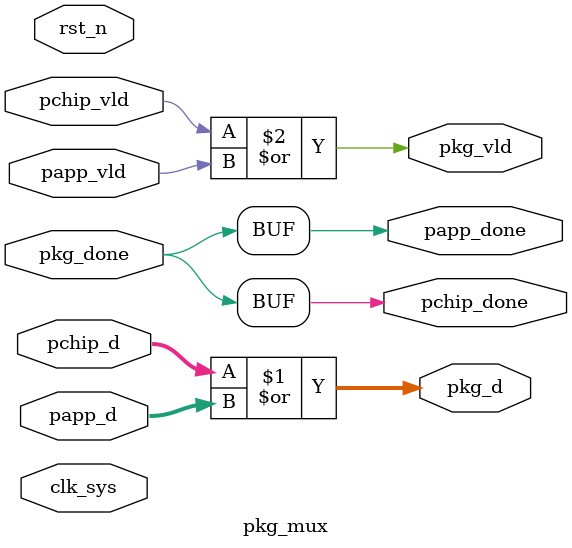
<source format=v>

module pkg_mux(
//pkg data
pkg_d,
pkg_vld,
pkg_done,
//pchip data
pchip_d,
pchip_vld,
pchip_done,
//papp data
papp_d,
papp_vld,
papp_done,
//clk rst
clk_sys,
rst_n
);
//pkg data
output [15:0]	pkg_d;
output				pkg_vld;
input					pkg_done;
//pchip data
input [15:0]pchip_d;
input				pchip_vld;
output			pchip_done;
//papp data
input [15:0]papp_d;
input				papp_vld;
output			papp_done;
//clk rst
input clk_sys;
input rst_n;
//-----------------------------
//-----------------------------

//pkg data
wire [15:0]	pkg_d;
wire				pkg_vld;
assign pkg_d = pchip_d | papp_d;
assign pkg_vld = pchip_vld | papp_vld;


wire pchip_done = pkg_done;
wire papp_done  = pkg_done;


endmodule

</source>
